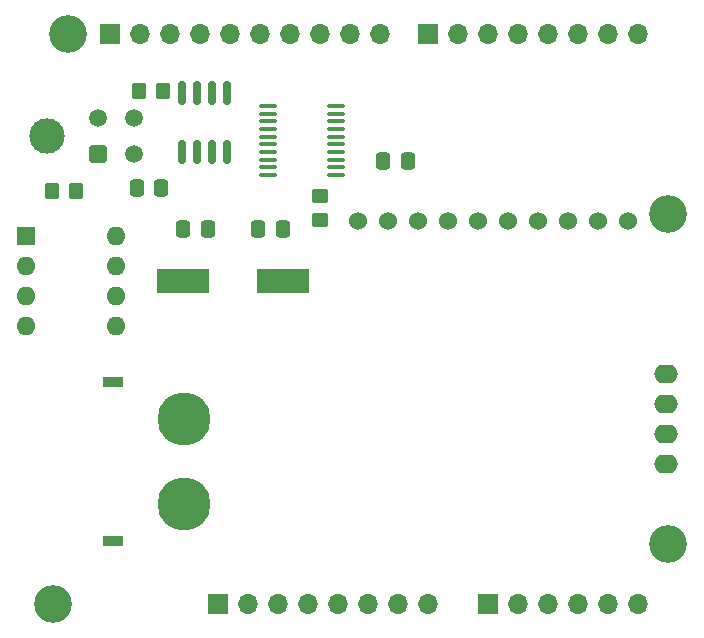
<source format=gbs>
G04 #@! TF.GenerationSoftware,KiCad,Pcbnew,6.0.7-f9a2dced07~116~ubuntu20.04.1*
G04 #@! TF.CreationDate,2022-08-24T23:56:41+08:00*
G04 #@! TF.ProjectId,arduino_can_bus_shield_v2.1,61726475-696e-46f5-9f63-616e5f627573,rev?*
G04 #@! TF.SameCoordinates,Original*
G04 #@! TF.FileFunction,Soldermask,Bot*
G04 #@! TF.FilePolarity,Negative*
%FSLAX46Y46*%
G04 Gerber Fmt 4.6, Leading zero omitted, Abs format (unit mm)*
G04 Created by KiCad (PCBNEW 6.0.7-f9a2dced07~116~ubuntu20.04.1) date 2022-08-24 23:56:41*
%MOMM*%
%LPD*%
G01*
G04 APERTURE LIST*
G04 Aperture macros list*
%AMRoundRect*
0 Rectangle with rounded corners*
0 $1 Rounding radius*
0 $2 $3 $4 $5 $6 $7 $8 $9 X,Y pos of 4 corners*
0 Add a 4 corners polygon primitive as box body*
4,1,4,$2,$3,$4,$5,$6,$7,$8,$9,$2,$3,0*
0 Add four circle primitives for the rounded corners*
1,1,$1+$1,$2,$3*
1,1,$1+$1,$4,$5*
1,1,$1+$1,$6,$7*
1,1,$1+$1,$8,$9*
0 Add four rect primitives between the rounded corners*
20,1,$1+$1,$2,$3,$4,$5,0*
20,1,$1+$1,$4,$5,$6,$7,0*
20,1,$1+$1,$6,$7,$8,$9,0*
20,1,$1+$1,$8,$9,$2,$3,0*%
G04 Aperture macros list end*
%ADD10R,1.700000X1.700000*%
%ADD11O,1.700000X1.700000*%
%ADD12R,1.800000X0.900000*%
%ADD13C,4.500000*%
%ADD14C,3.000000*%
%ADD15RoundRect,0.250001X0.499999X-0.499999X0.499999X0.499999X-0.499999X0.499999X-0.499999X-0.499999X0*%
%ADD16C,1.500000*%
%ADD17C,3.200000*%
%ADD18C,1.524000*%
%ADD19R,1.600000X1.600000*%
%ADD20O,1.600000X1.600000*%
%ADD21O,2.000000X1.600000*%
%ADD22RoundRect,0.250000X0.337500X0.475000X-0.337500X0.475000X-0.337500X-0.475000X0.337500X-0.475000X0*%
%ADD23R,4.500000X2.000000*%
%ADD24RoundRect,0.250000X-0.337500X-0.475000X0.337500X-0.475000X0.337500X0.475000X-0.337500X0.475000X0*%
%ADD25RoundRect,0.100000X-0.637500X-0.100000X0.637500X-0.100000X0.637500X0.100000X-0.637500X0.100000X0*%
%ADD26RoundRect,0.250000X0.350000X0.450000X-0.350000X0.450000X-0.350000X-0.450000X0.350000X-0.450000X0*%
%ADD27RoundRect,0.250000X0.450000X-0.350000X0.450000X0.350000X-0.450000X0.350000X-0.450000X-0.350000X0*%
%ADD28RoundRect,0.150000X0.150000X-0.825000X0.150000X0.825000X-0.150000X0.825000X-0.150000X-0.825000X0*%
G04 APERTURE END LIST*
D10*
X127940000Y-97460000D03*
D11*
X130480000Y-97460000D03*
X133020000Y-97460000D03*
X135560000Y-97460000D03*
X138100000Y-97460000D03*
X140640000Y-97460000D03*
X143180000Y-97460000D03*
X145720000Y-97460000D03*
D10*
X150800000Y-97460000D03*
D11*
X153340000Y-97460000D03*
X155880000Y-97460000D03*
X158420000Y-97460000D03*
X160960000Y-97460000D03*
X163500000Y-97460000D03*
D10*
X118796000Y-49200000D03*
D11*
X121336000Y-49200000D03*
X123876000Y-49200000D03*
X126416000Y-49200000D03*
X128956000Y-49200000D03*
X131496000Y-49200000D03*
X134036000Y-49200000D03*
X136576000Y-49200000D03*
X139116000Y-49200000D03*
X141656000Y-49200000D03*
D10*
X145720000Y-49200000D03*
D11*
X148260000Y-49200000D03*
X150800000Y-49200000D03*
X153340000Y-49200000D03*
X155880000Y-49200000D03*
X158420000Y-49200000D03*
X160960000Y-49200000D03*
X163500000Y-49200000D03*
D12*
X119050000Y-92145000D03*
X119050000Y-78645000D03*
D13*
X125050000Y-88995000D03*
X125050000Y-81795000D03*
D14*
X113460000Y-57860000D03*
D15*
X117780000Y-59360000D03*
D16*
X117780000Y-56360000D03*
X120780000Y-59360000D03*
X120780000Y-56360000D03*
D17*
X115240000Y-49200000D03*
D18*
X139751000Y-65075000D03*
X142291000Y-65075000D03*
X144831000Y-65075000D03*
X147371000Y-65075000D03*
X149911000Y-65075000D03*
X152451000Y-65075000D03*
X154991000Y-65075000D03*
X157531000Y-65075000D03*
X160071000Y-65075000D03*
X162611000Y-65075000D03*
D19*
X111684000Y-66345000D03*
D20*
X111684000Y-68885000D03*
X111684000Y-71425000D03*
X111684000Y-73965000D03*
X119304000Y-73965000D03*
X119304000Y-71425000D03*
X119304000Y-68885000D03*
X119304000Y-66345000D03*
D17*
X113970000Y-97460000D03*
X166040000Y-64440000D03*
X166040000Y-92380000D03*
D21*
X165845000Y-77965000D03*
X165845000Y-80505000D03*
X165845000Y-83045000D03*
X165845000Y-85585000D03*
D22*
X127072500Y-65710000D03*
X124997500Y-65710000D03*
D23*
X124960000Y-70155000D03*
X133460000Y-70155000D03*
D22*
X123135500Y-62281000D03*
X121060500Y-62281000D03*
D24*
X141910000Y-59995000D03*
X143985000Y-59995000D03*
D25*
X132189500Y-61142000D03*
X132189500Y-60492000D03*
X132189500Y-59842000D03*
X132189500Y-59192000D03*
X132189500Y-58542000D03*
X132189500Y-57892000D03*
X132189500Y-57242000D03*
X132189500Y-56592000D03*
X132189500Y-55942000D03*
X132189500Y-55292000D03*
X137914500Y-55292000D03*
X137914500Y-55942000D03*
X137914500Y-56592000D03*
X137914500Y-57242000D03*
X137914500Y-57892000D03*
X137914500Y-58542000D03*
X137914500Y-59192000D03*
X137914500Y-59842000D03*
X137914500Y-60492000D03*
X137914500Y-61142000D03*
D26*
X123225000Y-54026000D03*
X121225000Y-54026000D03*
X115859000Y-62535000D03*
X113859000Y-62535000D03*
D22*
X133422500Y-65710000D03*
X131347500Y-65710000D03*
D27*
X136576000Y-64932000D03*
X136576000Y-62932000D03*
D28*
X128702000Y-59168000D03*
X127432000Y-59168000D03*
X126162000Y-59168000D03*
X124892000Y-59168000D03*
X124892000Y-54218000D03*
X126162000Y-54218000D03*
X127432000Y-54218000D03*
X128702000Y-54218000D03*
M02*

</source>
